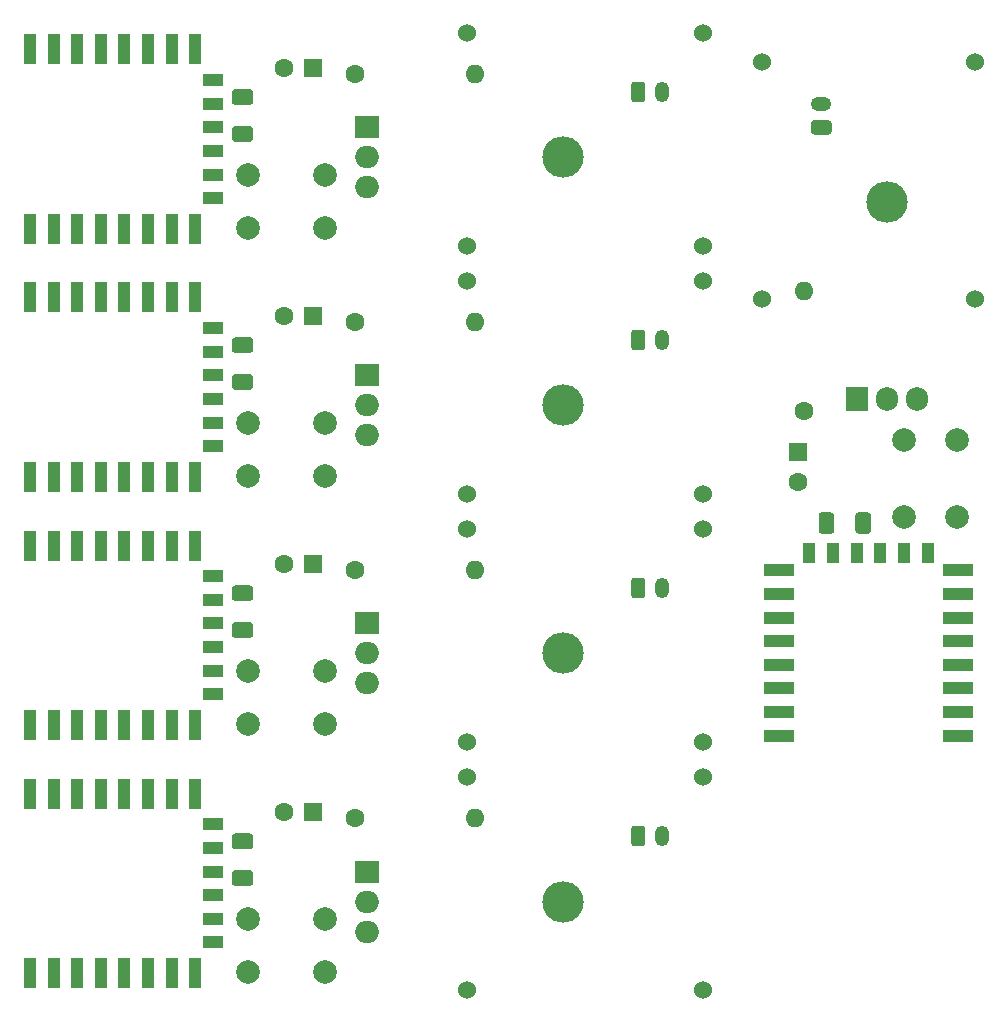
<source format=gbr>
%TF.GenerationSoftware,KiCad,Pcbnew,(5.1.9)-1*%
%TF.CreationDate,2021-03-18T16:40:49+01:00*%
%TF.ProjectId,DOORSENSOR,444f4f52-5345-44e5-934f-522e6b696361,rev?*%
%TF.SameCoordinates,Original*%
%TF.FileFunction,Soldermask,Top*%
%TF.FilePolarity,Negative*%
%FSLAX46Y46*%
G04 Gerber Fmt 4.6, Leading zero omitted, Abs format (unit mm)*
G04 Created by KiCad (PCBNEW (5.1.9)-1) date 2021-03-18 16:40:49*
%MOMM*%
%LPD*%
G01*
G04 APERTURE LIST*
%ADD10C,2.000000*%
%ADD11C,1.524000*%
%ADD12O,1.905000X2.000000*%
%ADD13R,1.905000X2.000000*%
%ADD14O,3.500000X3.500000*%
%ADD15C,1.600000*%
%ADD16R,1.600000X1.600000*%
%ADD17R,2.500000X1.000000*%
%ADD18R,1.000000X1.800000*%
%ADD19O,1.600000X1.600000*%
%ADD20O,1.750000X1.200000*%
%ADD21O,1.200000X1.750000*%
%ADD22R,1.000000X2.500000*%
%ADD23R,1.800000X1.000000*%
%ADD24O,2.000000X1.905000*%
%ADD25R,2.000000X1.905000*%
G04 APERTURE END LIST*
D10*
%TO.C,SW2*%
X157500000Y-95000000D03*
X153000000Y-95000000D03*
X157500000Y-88500000D03*
X153000000Y-88500000D03*
%TD*%
D11*
%TO.C,SW1*%
X141000000Y-76500000D03*
X141000000Y-56500000D03*
%TD*%
D12*
%TO.C,Q1*%
X154080000Y-85000000D03*
X151540000Y-85000000D03*
D13*
X149000000Y-85000000D03*
D14*
X151540000Y-68340000D03*
%TD*%
D15*
%TO.C,C1*%
X144000000Y-92000000D03*
D16*
X144000000Y-89500000D03*
%TD*%
D17*
%TO.C,U1*%
X142400000Y-113500000D03*
X142400000Y-111500000D03*
X142400000Y-109500000D03*
X142400000Y-107500000D03*
X142400000Y-105500000D03*
X142400000Y-103500000D03*
X142400000Y-101500000D03*
X142400000Y-99500000D03*
D18*
X145000000Y-98000000D03*
X147000000Y-98000000D03*
X149000000Y-98000000D03*
X151000000Y-98000000D03*
X153000000Y-98000000D03*
X155000000Y-98000000D03*
D17*
X157600000Y-99500000D03*
X157600000Y-101500000D03*
X157600000Y-103500000D03*
X157600000Y-105500000D03*
X157600000Y-107500000D03*
X157600000Y-109500000D03*
X157600000Y-111500000D03*
X157600000Y-113500000D03*
%TD*%
D11*
%TO.C,SW3*%
X159000000Y-56500000D03*
X159000000Y-76500000D03*
%TD*%
D19*
%TO.C,R1*%
X144500000Y-75840000D03*
D15*
X144500000Y-86000000D03*
%TD*%
D20*
%TO.C,J4*%
X146000000Y-60000000D03*
G36*
G01*
X146625001Y-62600000D02*
X145374999Y-62600000D01*
G75*
G02*
X145125000Y-62350001I0J249999D01*
G01*
X145125000Y-61649999D01*
G75*
G02*
X145374999Y-61400000I249999J0D01*
G01*
X146625001Y-61400000D01*
G75*
G02*
X146875000Y-61649999I0J-249999D01*
G01*
X146875000Y-62350001D01*
G75*
G02*
X146625001Y-62600000I-249999J0D01*
G01*
G37*
%TD*%
%TO.C,C2*%
G36*
G01*
X148900000Y-96150001D02*
X148900000Y-94849999D01*
G75*
G02*
X149149999Y-94600000I249999J0D01*
G01*
X149975001Y-94600000D01*
G75*
G02*
X150225000Y-94849999I0J-249999D01*
G01*
X150225000Y-96150001D01*
G75*
G02*
X149975001Y-96400000I-249999J0D01*
G01*
X149149999Y-96400000D01*
G75*
G02*
X148900000Y-96150001I0J249999D01*
G01*
G37*
G36*
G01*
X145775000Y-96150001D02*
X145775000Y-94849999D01*
G75*
G02*
X146024999Y-94600000I249999J0D01*
G01*
X146850001Y-94600000D01*
G75*
G02*
X147100000Y-94849999I0J-249999D01*
G01*
X147100000Y-96150001D01*
G75*
G02*
X146850001Y-96400000I-249999J0D01*
G01*
X146024999Y-96400000D01*
G75*
G02*
X145775000Y-96150001I0J249999D01*
G01*
G37*
%TD*%
D11*
%TO.C,SW1*%
X116000000Y-117000000D03*
X136000000Y-117000000D03*
%TD*%
D15*
%TO.C,C1*%
X100500000Y-120000000D03*
D16*
X103000000Y-120000000D03*
%TD*%
D21*
%TO.C,J4*%
X132500000Y-122000000D03*
G36*
G01*
X129900000Y-122625001D02*
X129900000Y-121374999D01*
G75*
G02*
X130149999Y-121125000I249999J0D01*
G01*
X130850001Y-121125000D01*
G75*
G02*
X131100000Y-121374999I0J-249999D01*
G01*
X131100000Y-122625001D01*
G75*
G02*
X130850001Y-122875000I-249999J0D01*
G01*
X130149999Y-122875000D01*
G75*
G02*
X129900000Y-122625001I0J249999D01*
G01*
G37*
%TD*%
D10*
%TO.C,SW2*%
X97500000Y-133500000D03*
X97500000Y-129000000D03*
X104000000Y-133500000D03*
X104000000Y-129000000D03*
%TD*%
%TO.C,C2*%
G36*
G01*
X96349999Y-124900000D02*
X97650001Y-124900000D01*
G75*
G02*
X97900000Y-125149999I0J-249999D01*
G01*
X97900000Y-125975001D01*
G75*
G02*
X97650001Y-126225000I-249999J0D01*
G01*
X96349999Y-126225000D01*
G75*
G02*
X96100000Y-125975001I0J249999D01*
G01*
X96100000Y-125149999D01*
G75*
G02*
X96349999Y-124900000I249999J0D01*
G01*
G37*
G36*
G01*
X96349999Y-121775000D02*
X97650001Y-121775000D01*
G75*
G02*
X97900000Y-122024999I0J-249999D01*
G01*
X97900000Y-122850001D01*
G75*
G02*
X97650001Y-123100000I-249999J0D01*
G01*
X96349999Y-123100000D01*
G75*
G02*
X96100000Y-122850001I0J249999D01*
G01*
X96100000Y-122024999D01*
G75*
G02*
X96349999Y-121775000I249999J0D01*
G01*
G37*
%TD*%
D11*
%TO.C,SW3*%
X136000000Y-135000000D03*
X116000000Y-135000000D03*
%TD*%
D22*
%TO.C,U1*%
X79000000Y-118400000D03*
X81000000Y-118400000D03*
X83000000Y-118400000D03*
X85000000Y-118400000D03*
X87000000Y-118400000D03*
X89000000Y-118400000D03*
X91000000Y-118400000D03*
X93000000Y-118400000D03*
D23*
X94500000Y-121000000D03*
X94500000Y-123000000D03*
X94500000Y-125000000D03*
X94500000Y-127000000D03*
X94500000Y-129000000D03*
X94500000Y-131000000D03*
D22*
X93000000Y-133600000D03*
X91000000Y-133600000D03*
X89000000Y-133600000D03*
X87000000Y-133600000D03*
X85000000Y-133600000D03*
X83000000Y-133600000D03*
X81000000Y-133600000D03*
X79000000Y-133600000D03*
%TD*%
D24*
%TO.C,Q1*%
X107500000Y-130080000D03*
X107500000Y-127540000D03*
D25*
X107500000Y-125000000D03*
D14*
X124160000Y-127540000D03*
%TD*%
D19*
%TO.C,R1*%
X116660000Y-120500000D03*
D15*
X106500000Y-120500000D03*
%TD*%
D10*
%TO.C,SW2*%
X104000000Y-108000000D03*
X104000000Y-112500000D03*
X97500000Y-108000000D03*
X97500000Y-112500000D03*
%TD*%
%TO.C,C2*%
G36*
G01*
X96349999Y-100775000D02*
X97650001Y-100775000D01*
G75*
G02*
X97900000Y-101024999I0J-249999D01*
G01*
X97900000Y-101850001D01*
G75*
G02*
X97650001Y-102100000I-249999J0D01*
G01*
X96349999Y-102100000D01*
G75*
G02*
X96100000Y-101850001I0J249999D01*
G01*
X96100000Y-101024999D01*
G75*
G02*
X96349999Y-100775000I249999J0D01*
G01*
G37*
G36*
G01*
X96349999Y-103900000D02*
X97650001Y-103900000D01*
G75*
G02*
X97900000Y-104149999I0J-249999D01*
G01*
X97900000Y-104975001D01*
G75*
G02*
X97650001Y-105225000I-249999J0D01*
G01*
X96349999Y-105225000D01*
G75*
G02*
X96100000Y-104975001I0J249999D01*
G01*
X96100000Y-104149999D01*
G75*
G02*
X96349999Y-103900000I249999J0D01*
G01*
G37*
%TD*%
D14*
%TO.C,Q1*%
X124160000Y-106540000D03*
D25*
X107500000Y-104000000D03*
D24*
X107500000Y-106540000D03*
X107500000Y-109080000D03*
%TD*%
D16*
%TO.C,C1*%
X103000000Y-99000000D03*
D15*
X100500000Y-99000000D03*
%TD*%
%TO.C,R1*%
X106500000Y-99500000D03*
D19*
X116660000Y-99500000D03*
%TD*%
D11*
%TO.C,SW1*%
X136000000Y-96000000D03*
X116000000Y-96000000D03*
%TD*%
D22*
%TO.C,U1*%
X79000000Y-112600000D03*
X81000000Y-112600000D03*
X83000000Y-112600000D03*
X85000000Y-112600000D03*
X87000000Y-112600000D03*
X89000000Y-112600000D03*
X91000000Y-112600000D03*
X93000000Y-112600000D03*
D23*
X94500000Y-110000000D03*
X94500000Y-108000000D03*
X94500000Y-106000000D03*
X94500000Y-104000000D03*
X94500000Y-102000000D03*
X94500000Y-100000000D03*
D22*
X93000000Y-97400000D03*
X91000000Y-97400000D03*
X89000000Y-97400000D03*
X87000000Y-97400000D03*
X85000000Y-97400000D03*
X83000000Y-97400000D03*
X81000000Y-97400000D03*
X79000000Y-97400000D03*
%TD*%
D11*
%TO.C,SW3*%
X116000000Y-114000000D03*
X136000000Y-114000000D03*
%TD*%
%TO.C,J4*%
G36*
G01*
X129900000Y-101625001D02*
X129900000Y-100374999D01*
G75*
G02*
X130149999Y-100125000I249999J0D01*
G01*
X130850001Y-100125000D01*
G75*
G02*
X131100000Y-100374999I0J-249999D01*
G01*
X131100000Y-101625001D01*
G75*
G02*
X130850001Y-101875000I-249999J0D01*
G01*
X130149999Y-101875000D01*
G75*
G02*
X129900000Y-101625001I0J249999D01*
G01*
G37*
D21*
X132500000Y-101000000D03*
%TD*%
D10*
%TO.C,SW2*%
X97500000Y-91500000D03*
X97500000Y-87000000D03*
X104000000Y-91500000D03*
X104000000Y-87000000D03*
%TD*%
D11*
%TO.C,SW1*%
X116000000Y-75000000D03*
X136000000Y-75000000D03*
%TD*%
D24*
%TO.C,Q1*%
X107500000Y-88080000D03*
X107500000Y-85540000D03*
D25*
X107500000Y-83000000D03*
D14*
X124160000Y-85540000D03*
%TD*%
D15*
%TO.C,C1*%
X100500000Y-78000000D03*
D16*
X103000000Y-78000000D03*
%TD*%
D22*
%TO.C,U1*%
X79000000Y-76400000D03*
X81000000Y-76400000D03*
X83000000Y-76400000D03*
X85000000Y-76400000D03*
X87000000Y-76400000D03*
X89000000Y-76400000D03*
X91000000Y-76400000D03*
X93000000Y-76400000D03*
D23*
X94500000Y-79000000D03*
X94500000Y-81000000D03*
X94500000Y-83000000D03*
X94500000Y-85000000D03*
X94500000Y-87000000D03*
X94500000Y-89000000D03*
D22*
X93000000Y-91600000D03*
X91000000Y-91600000D03*
X89000000Y-91600000D03*
X87000000Y-91600000D03*
X85000000Y-91600000D03*
X83000000Y-91600000D03*
X81000000Y-91600000D03*
X79000000Y-91600000D03*
%TD*%
D11*
%TO.C,SW3*%
X136000000Y-93000000D03*
X116000000Y-93000000D03*
%TD*%
D19*
%TO.C,R1*%
X116660000Y-78500000D03*
D15*
X106500000Y-78500000D03*
%TD*%
D21*
%TO.C,J4*%
X132500000Y-80000000D03*
G36*
G01*
X129900000Y-80625001D02*
X129900000Y-79374999D01*
G75*
G02*
X130149999Y-79125000I249999J0D01*
G01*
X130850001Y-79125000D01*
G75*
G02*
X131100000Y-79374999I0J-249999D01*
G01*
X131100000Y-80625001D01*
G75*
G02*
X130850001Y-80875000I-249999J0D01*
G01*
X130149999Y-80875000D01*
G75*
G02*
X129900000Y-80625001I0J249999D01*
G01*
G37*
%TD*%
%TO.C,C2*%
G36*
G01*
X96349999Y-82900000D02*
X97650001Y-82900000D01*
G75*
G02*
X97900000Y-83149999I0J-249999D01*
G01*
X97900000Y-83975001D01*
G75*
G02*
X97650001Y-84225000I-249999J0D01*
G01*
X96349999Y-84225000D01*
G75*
G02*
X96100000Y-83975001I0J249999D01*
G01*
X96100000Y-83149999D01*
G75*
G02*
X96349999Y-82900000I249999J0D01*
G01*
G37*
G36*
G01*
X96349999Y-79775000D02*
X97650001Y-79775000D01*
G75*
G02*
X97900000Y-80024999I0J-249999D01*
G01*
X97900000Y-80850001D01*
G75*
G02*
X97650001Y-81100000I-249999J0D01*
G01*
X96349999Y-81100000D01*
G75*
G02*
X96100000Y-80850001I0J249999D01*
G01*
X96100000Y-80024999D01*
G75*
G02*
X96349999Y-79775000I249999J0D01*
G01*
G37*
%TD*%
D22*
%TO.C,U1*%
X79000000Y-70600000D03*
X81000000Y-70600000D03*
X83000000Y-70600000D03*
X85000000Y-70600000D03*
X87000000Y-70600000D03*
X89000000Y-70600000D03*
X91000000Y-70600000D03*
X93000000Y-70600000D03*
D23*
X94500000Y-68000000D03*
X94500000Y-66000000D03*
X94500000Y-64000000D03*
X94500000Y-62000000D03*
X94500000Y-60000000D03*
X94500000Y-58000000D03*
D22*
X93000000Y-55400000D03*
X91000000Y-55400000D03*
X89000000Y-55400000D03*
X87000000Y-55400000D03*
X85000000Y-55400000D03*
X83000000Y-55400000D03*
X81000000Y-55400000D03*
X79000000Y-55400000D03*
%TD*%
D16*
%TO.C,C1*%
X103000000Y-57000000D03*
D15*
X100500000Y-57000000D03*
%TD*%
%TO.C,C2*%
G36*
G01*
X96349999Y-58775000D02*
X97650001Y-58775000D01*
G75*
G02*
X97900000Y-59024999I0J-249999D01*
G01*
X97900000Y-59850001D01*
G75*
G02*
X97650001Y-60100000I-249999J0D01*
G01*
X96349999Y-60100000D01*
G75*
G02*
X96100000Y-59850001I0J249999D01*
G01*
X96100000Y-59024999D01*
G75*
G02*
X96349999Y-58775000I249999J0D01*
G01*
G37*
G36*
G01*
X96349999Y-61900000D02*
X97650001Y-61900000D01*
G75*
G02*
X97900000Y-62149999I0J-249999D01*
G01*
X97900000Y-62975001D01*
G75*
G02*
X97650001Y-63225000I-249999J0D01*
G01*
X96349999Y-63225000D01*
G75*
G02*
X96100000Y-62975001I0J249999D01*
G01*
X96100000Y-62149999D01*
G75*
G02*
X96349999Y-61900000I249999J0D01*
G01*
G37*
%TD*%
%TO.C,J4*%
G36*
G01*
X129900000Y-59625001D02*
X129900000Y-58374999D01*
G75*
G02*
X130149999Y-58125000I249999J0D01*
G01*
X130850001Y-58125000D01*
G75*
G02*
X131100000Y-58374999I0J-249999D01*
G01*
X131100000Y-59625001D01*
G75*
G02*
X130850001Y-59875000I-249999J0D01*
G01*
X130149999Y-59875000D01*
G75*
G02*
X129900000Y-59625001I0J249999D01*
G01*
G37*
D21*
X132500000Y-59000000D03*
%TD*%
D14*
%TO.C,Q1*%
X124160000Y-64540000D03*
D25*
X107500000Y-62000000D03*
D24*
X107500000Y-64540000D03*
X107500000Y-67080000D03*
%TD*%
D15*
%TO.C,R1*%
X106500000Y-57500000D03*
D19*
X116660000Y-57500000D03*
%TD*%
D11*
%TO.C,SW1*%
X136000000Y-54000000D03*
X116000000Y-54000000D03*
%TD*%
D10*
%TO.C,SW2*%
X104000000Y-66000000D03*
X104000000Y-70500000D03*
X97500000Y-66000000D03*
X97500000Y-70500000D03*
%TD*%
D11*
%TO.C,SW3*%
X116000000Y-72000000D03*
X136000000Y-72000000D03*
%TD*%
M02*

</source>
